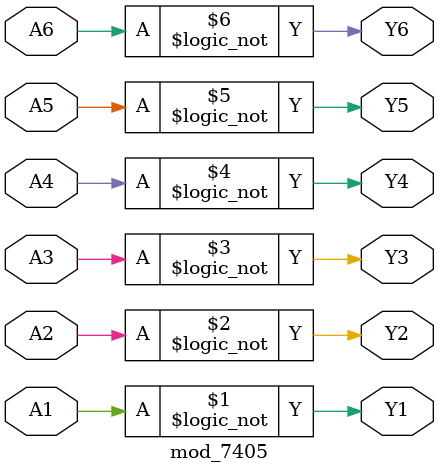
<source format=v>
module mod_7405 (
	input A1, output Y1,
	input A2, output Y2,
	input A3, output Y3,
	input A4, output Y4,
	input A5, output Y5,
	input A6, output Y6
);
	assign Y1 = !A1;
	assign Y2 = !A2;
	assign Y3 = !A3;
	assign Y4 = !A4;
	assign Y5 = !A5;
	assign Y6 = !A6;
endmodule

</source>
